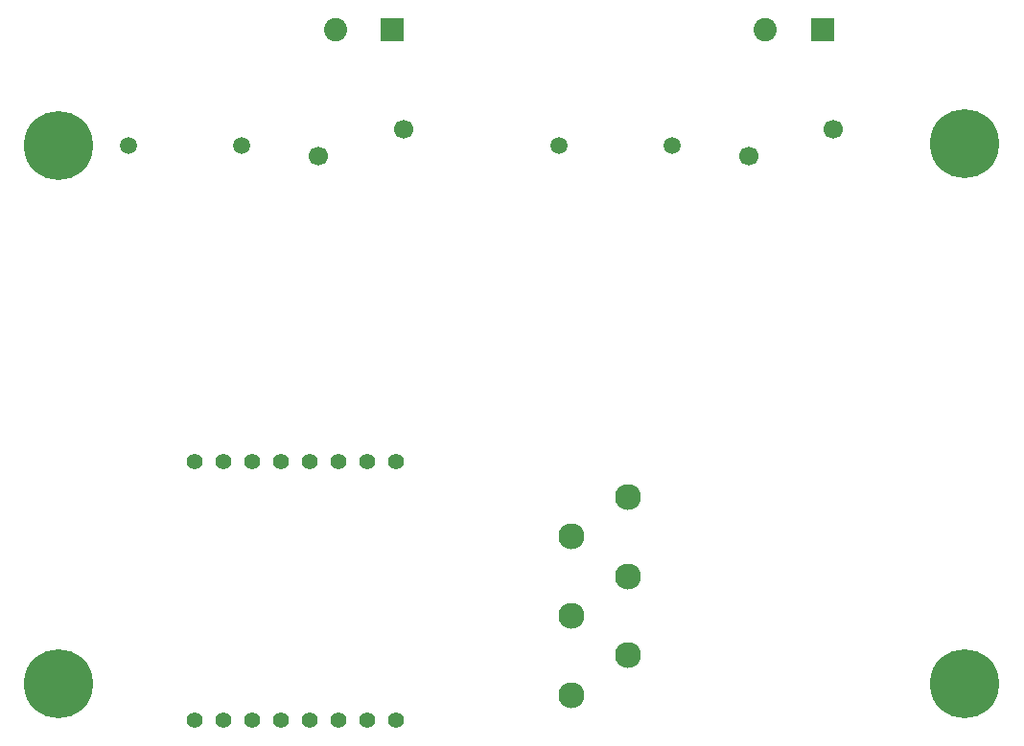
<source format=gbs>
G04*
G04 #@! TF.GenerationSoftware,Altium Limited,Altium Designer,20.1.12 (249)*
G04*
G04 Layer_Color=16711935*
%FSLAX44Y44*%
%MOMM*%
G71*
G04*
G04 #@! TF.SameCoordinates,C66115CE-68B5-461B-9334-50AF4D89B24F*
G04*
G04*
G04 #@! TF.FilePolarity,Negative*
G04*
G01*
G75*
%ADD47C,2.3000*%
%ADD48C,6.1000*%
%ADD49C,2.0500*%
%ADD50R,2.0500X2.0500*%
%ADD51C,1.4000*%
%ADD52C,1.7000*%
%ADD53C,1.5000*%
D47*
X427500Y70000D02*
D03*
X477500Y105000D02*
D03*
X427500Y140000D02*
D03*
Y210000D02*
D03*
X477500Y245000D02*
D03*
Y175000D02*
D03*
D48*
X775000Y557500D02*
D03*
X-25000Y80000D02*
D03*
X775000D02*
D03*
X-25000Y555750D02*
D03*
D49*
X599002Y658250D02*
D03*
X219002D02*
D03*
D50*
X649002D02*
D03*
X269002D02*
D03*
D51*
X272800Y276100D02*
D03*
X247400D02*
D03*
X222000D02*
D03*
X196600D02*
D03*
X171200D02*
D03*
X145800D02*
D03*
X120400D02*
D03*
X95000D02*
D03*
Y47500D02*
D03*
X120400D02*
D03*
X145800D02*
D03*
X171200D02*
D03*
X196600D02*
D03*
X222000D02*
D03*
X247400D02*
D03*
X272800D02*
D03*
D52*
X279000Y570250D02*
D03*
X204000Y546250D02*
D03*
X584000D02*
D03*
X659000Y570250D02*
D03*
D53*
X416500Y555750D02*
D03*
X516500D02*
D03*
X36500D02*
D03*
X136500D02*
D03*
M02*

</source>
